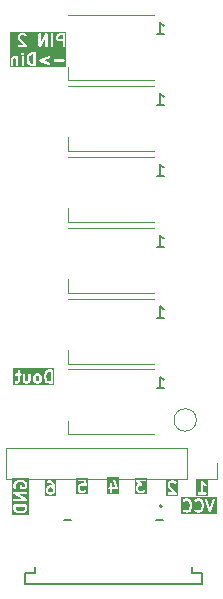
<source format=gbr>
%TF.GenerationSoftware,KiCad,Pcbnew,8.0.2*%
%TF.CreationDate,2025-03-09T15:07:14+01:00*%
%TF.ProjectId,ledPcb,6c656450-6362-42e6-9b69-6361645f7063,rev?*%
%TF.SameCoordinates,Original*%
%TF.FileFunction,Legend,Bot*%
%TF.FilePolarity,Positive*%
%FSLAX46Y46*%
G04 Gerber Fmt 4.6, Leading zero omitted, Abs format (unit mm)*
G04 Created by KiCad (PCBNEW 8.0.2) date 2025-03-09 15:07:14*
%MOMM*%
%LPD*%
G01*
G04 APERTURE LIST*
%ADD10C,0.200000*%
%ADD11C,0.150000*%
%ADD12C,0.120000*%
%ADD13C,0.127000*%
G04 APERTURE END LIST*
D10*
G36*
X139429509Y-108155330D02*
G01*
X136438565Y-108155330D01*
X136438565Y-107019948D01*
X136549676Y-107019948D01*
X136549676Y-107058966D01*
X136564608Y-107095014D01*
X136592198Y-107122604D01*
X136628246Y-107137536D01*
X136667264Y-107137536D01*
X136703312Y-107122604D01*
X136718466Y-107110168D01*
X136747795Y-107079511D01*
X136850407Y-107044015D01*
X136913893Y-107042952D01*
X137020633Y-107077198D01*
X137087774Y-107142685D01*
X137123394Y-107211289D01*
X137166873Y-107378856D01*
X137168279Y-107497664D01*
X137128039Y-107664936D01*
X137092117Y-107739606D01*
X137024808Y-107808614D01*
X136921292Y-107844422D01*
X136857805Y-107845485D01*
X136750625Y-107811098D01*
X136703313Y-107765833D01*
X136667265Y-107750902D01*
X136628247Y-107750901D01*
X136592198Y-107765832D01*
X136564608Y-107793422D01*
X136549677Y-107829470D01*
X136549676Y-107868488D01*
X136564607Y-107904537D01*
X136577044Y-107919690D01*
X136615807Y-107956776D01*
X136616375Y-107957912D01*
X136622996Y-107963654D01*
X136639816Y-107979747D01*
X136643135Y-107981122D01*
X136645851Y-107983477D01*
X136663751Y-107991468D01*
X136806835Y-108037374D01*
X136818722Y-108042298D01*
X136823714Y-108042789D01*
X136825723Y-108043434D01*
X136828357Y-108043246D01*
X136838231Y-108044219D01*
X136934373Y-108042609D01*
X136945976Y-108043434D01*
X136950812Y-108042334D01*
X136952978Y-108042298D01*
X136955420Y-108041286D01*
X136965092Y-108039087D01*
X137093469Y-107994678D01*
X137095836Y-107994678D01*
X137107828Y-107989710D01*
X137125849Y-107983477D01*
X137128564Y-107981122D01*
X137131884Y-107979747D01*
X137147037Y-107967310D01*
X137241054Y-107870920D01*
X137250564Y-107862673D01*
X137253230Y-107858437D01*
X137254712Y-107856918D01*
X137255723Y-107854476D01*
X137261007Y-107846082D01*
X137304435Y-107755810D01*
X137309602Y-107748837D01*
X137314830Y-107734202D01*
X137315632Y-107732536D01*
X137315683Y-107731815D01*
X137316197Y-107730377D01*
X137360776Y-107545064D01*
X137364881Y-107535156D01*
X137366073Y-107523046D01*
X137366684Y-107520508D01*
X137366466Y-107519049D01*
X137366802Y-107515647D01*
X137365174Y-107378073D01*
X137366684Y-107367929D01*
X137364912Y-107355950D01*
X137364881Y-107353281D01*
X137364316Y-107351917D01*
X137363816Y-107348536D01*
X137316311Y-107165456D01*
X137315632Y-107155901D01*
X137310039Y-107141285D01*
X137309602Y-107139600D01*
X137309172Y-107139020D01*
X137308626Y-107137592D01*
X137259283Y-107042558D01*
X137254711Y-107031519D01*
X137251555Y-107027674D01*
X137250564Y-107025764D01*
X137248566Y-107024031D01*
X137245215Y-107019948D01*
X137549676Y-107019948D01*
X137549676Y-107058966D01*
X137564608Y-107095014D01*
X137592198Y-107122604D01*
X137628246Y-107137536D01*
X137667264Y-107137536D01*
X137703312Y-107122604D01*
X137718466Y-107110168D01*
X137747795Y-107079511D01*
X137850407Y-107044015D01*
X137913893Y-107042952D01*
X138020633Y-107077198D01*
X138087774Y-107142685D01*
X138123394Y-107211289D01*
X138166873Y-107378856D01*
X138168279Y-107497664D01*
X138128039Y-107664936D01*
X138092117Y-107739606D01*
X138024808Y-107808614D01*
X137921292Y-107844422D01*
X137857805Y-107845485D01*
X137750625Y-107811098D01*
X137703313Y-107765833D01*
X137667265Y-107750902D01*
X137628247Y-107750901D01*
X137592198Y-107765832D01*
X137564608Y-107793422D01*
X137549677Y-107829470D01*
X137549676Y-107868488D01*
X137564607Y-107904537D01*
X137577044Y-107919690D01*
X137615807Y-107956776D01*
X137616375Y-107957912D01*
X137622996Y-107963654D01*
X137639816Y-107979747D01*
X137643135Y-107981122D01*
X137645851Y-107983477D01*
X137663751Y-107991468D01*
X137806835Y-108037374D01*
X137818722Y-108042298D01*
X137823714Y-108042789D01*
X137825723Y-108043434D01*
X137828357Y-108043246D01*
X137838231Y-108044219D01*
X137934373Y-108042609D01*
X137945976Y-108043434D01*
X137950812Y-108042334D01*
X137952978Y-108042298D01*
X137955420Y-108041286D01*
X137965092Y-108039087D01*
X138093469Y-107994678D01*
X138095836Y-107994678D01*
X138107828Y-107989710D01*
X138125849Y-107983477D01*
X138128564Y-107981122D01*
X138131884Y-107979747D01*
X138147037Y-107967310D01*
X138241054Y-107870920D01*
X138250564Y-107862673D01*
X138253230Y-107858437D01*
X138254712Y-107856918D01*
X138255723Y-107854476D01*
X138261007Y-107846082D01*
X138304435Y-107755810D01*
X138309602Y-107748837D01*
X138314830Y-107734202D01*
X138315632Y-107732536D01*
X138315683Y-107731815D01*
X138316197Y-107730377D01*
X138360776Y-107545064D01*
X138364881Y-107535156D01*
X138366073Y-107523046D01*
X138366684Y-107520508D01*
X138366466Y-107519049D01*
X138366802Y-107515647D01*
X138365174Y-107378073D01*
X138366684Y-107367929D01*
X138364912Y-107355950D01*
X138364881Y-107353281D01*
X138364316Y-107351917D01*
X138363816Y-107348536D01*
X138316311Y-107165456D01*
X138315632Y-107155901D01*
X138310039Y-107141285D01*
X138309602Y-107139600D01*
X138309172Y-107139020D01*
X138308626Y-107137592D01*
X138259283Y-107042558D01*
X138254711Y-107031519D01*
X138251555Y-107027674D01*
X138250564Y-107025764D01*
X138248566Y-107024031D01*
X138242275Y-107016365D01*
X138181131Y-106956726D01*
X138453302Y-106956726D01*
X138457649Y-106975842D01*
X138788910Y-107963734D01*
X138789401Y-107970632D01*
X138794934Y-107981699D01*
X138798973Y-107993742D01*
X138803656Y-107999141D01*
X138806851Y-108005531D01*
X138816322Y-108013746D01*
X138824538Y-108023218D01*
X138830926Y-108026412D01*
X138836327Y-108031096D01*
X138848228Y-108035063D01*
X138859437Y-108040667D01*
X138866561Y-108041173D01*
X138873343Y-108043434D01*
X138885852Y-108042544D01*
X138898357Y-108043434D01*
X138905135Y-108041174D01*
X138912263Y-108040668D01*
X138923479Y-108035059D01*
X138935373Y-108031095D01*
X138940770Y-108026414D01*
X138947162Y-108023218D01*
X138955380Y-108013742D01*
X138964849Y-108005530D01*
X138968042Y-107999143D01*
X138972727Y-107993742D01*
X138980718Y-107975842D01*
X139318398Y-106956727D01*
X139315632Y-106917807D01*
X139298182Y-106882908D01*
X139268706Y-106857343D01*
X139231690Y-106845004D01*
X139192770Y-106847771D01*
X139157871Y-106865220D01*
X139132306Y-106894696D01*
X139124315Y-106912597D01*
X138886283Y-107630973D01*
X138639394Y-106894696D01*
X138613829Y-106865220D01*
X138578930Y-106847770D01*
X138540010Y-106845004D01*
X138502994Y-106857342D01*
X138473518Y-106882907D01*
X138456068Y-106917806D01*
X138453302Y-106956726D01*
X138181131Y-106956726D01*
X138156330Y-106932536D01*
X138155325Y-106930526D01*
X138145795Y-106922260D01*
X138131883Y-106908691D01*
X138128564Y-106907316D01*
X138125849Y-106904961D01*
X138107948Y-106896970D01*
X137964868Y-106851065D01*
X137952978Y-106846140D01*
X137947984Y-106845648D01*
X137945976Y-106845004D01*
X137943342Y-106845191D01*
X137933469Y-106844219D01*
X137837325Y-106845828D01*
X137825723Y-106845004D01*
X137820887Y-106846103D01*
X137818722Y-106846140D01*
X137816280Y-106847151D01*
X137806608Y-106849351D01*
X137678231Y-106893760D01*
X137675865Y-106893760D01*
X137663875Y-106898725D01*
X137645851Y-106904961D01*
X137643135Y-106907316D01*
X137639816Y-106908691D01*
X137624663Y-106921128D01*
X137564608Y-106983900D01*
X137549676Y-107019948D01*
X137245215Y-107019948D01*
X137242275Y-107016365D01*
X137156330Y-106932536D01*
X137155325Y-106930526D01*
X137145795Y-106922260D01*
X137131883Y-106908691D01*
X137128564Y-106907316D01*
X137125849Y-106904961D01*
X137107948Y-106896970D01*
X136964868Y-106851065D01*
X136952978Y-106846140D01*
X136947984Y-106845648D01*
X136945976Y-106845004D01*
X136943342Y-106845191D01*
X136933469Y-106844219D01*
X136837325Y-106845828D01*
X136825723Y-106845004D01*
X136820887Y-106846103D01*
X136818722Y-106846140D01*
X136816280Y-106847151D01*
X136806608Y-106849351D01*
X136678231Y-106893760D01*
X136675865Y-106893760D01*
X136663875Y-106898725D01*
X136645851Y-106904961D01*
X136643135Y-106907316D01*
X136639816Y-106908691D01*
X136624663Y-106921128D01*
X136564608Y-106983900D01*
X136549676Y-107019948D01*
X136438565Y-107019948D01*
X136438565Y-106733108D01*
X139429509Y-106733108D01*
X139429509Y-108155330D01*
G37*
G36*
X125505303Y-105928405D02*
G01*
X125531080Y-105953067D01*
X125562737Y-106014038D01*
X125563646Y-106203429D01*
X125534710Y-106263576D01*
X125510048Y-106289354D01*
X125450228Y-106320413D01*
X125306899Y-106321724D01*
X125247156Y-106292983D01*
X125221382Y-106268324D01*
X125190359Y-106208572D01*
X125188935Y-106017710D01*
X125217751Y-105957812D01*
X125242413Y-105932035D01*
X125302232Y-105900976D01*
X125445562Y-105899665D01*
X125505303Y-105928405D01*
G37*
G36*
X125873056Y-106631330D02*
G01*
X124879406Y-106631330D01*
X124879406Y-105991647D01*
X124990517Y-105991647D01*
X124992179Y-106214602D01*
X124991302Y-106217235D01*
X124992304Y-106231340D01*
X124992438Y-106249251D01*
X124993813Y-106252571D01*
X124994068Y-106256155D01*
X125001074Y-106274463D01*
X125050411Y-106369487D01*
X125054988Y-106380537D01*
X125058146Y-106384385D01*
X125059136Y-106386291D01*
X125061130Y-106388020D01*
X125067425Y-106395690D01*
X125117525Y-106443623D01*
X125124443Y-106451600D01*
X125128592Y-106454211D01*
X125130197Y-106455747D01*
X125132637Y-106456757D01*
X125141034Y-106462043D01*
X125224051Y-106501981D01*
X125225436Y-106503366D01*
X125236185Y-106507818D01*
X125254580Y-106516668D01*
X125258163Y-106516922D01*
X125261484Y-106518298D01*
X125280993Y-106520219D01*
X125456500Y-106518613D01*
X125458962Y-106519434D01*
X125472577Y-106518466D01*
X125490978Y-106518298D01*
X125494298Y-106516922D01*
X125497882Y-106516668D01*
X125516190Y-106509662D01*
X125611218Y-106460322D01*
X125622265Y-106455747D01*
X125626111Y-106452589D01*
X125628018Y-106451600D01*
X125629748Y-106449605D01*
X125637418Y-106443310D01*
X125685351Y-106393207D01*
X125693326Y-106386292D01*
X125695937Y-106382142D01*
X125697474Y-106380537D01*
X125698485Y-106378095D01*
X125703769Y-106369701D01*
X125743707Y-106286683D01*
X125745092Y-106285299D01*
X125749544Y-106274549D01*
X125758394Y-106256155D01*
X125758648Y-106252571D01*
X125760024Y-106249251D01*
X125761945Y-106229742D01*
X125760867Y-106005032D01*
X125761160Y-106004154D01*
X125760841Y-105999670D01*
X125760148Y-105855209D01*
X125761827Y-105843929D01*
X125760036Y-105831819D01*
X125760024Y-105829281D01*
X125759459Y-105827917D01*
X125758959Y-105824536D01*
X125709418Y-105633611D01*
X125706754Y-105620142D01*
X125705136Y-105617107D01*
X125704745Y-105615600D01*
X125703273Y-105613613D01*
X125697531Y-105602844D01*
X125605474Y-105467720D01*
X125602235Y-105459899D01*
X125589942Y-105444922D01*
X125589873Y-105444820D01*
X125589841Y-105444798D01*
X125589798Y-105444746D01*
X125539697Y-105396814D01*
X125532780Y-105388838D01*
X125528630Y-105386225D01*
X125527026Y-105384691D01*
X125524586Y-105383680D01*
X125516190Y-105378395D01*
X125433172Y-105338456D01*
X125431788Y-105337072D01*
X125421038Y-105332619D01*
X125402644Y-105323770D01*
X125399060Y-105323515D01*
X125395740Y-105322140D01*
X125376231Y-105320219D01*
X125166246Y-105322140D01*
X125130198Y-105337072D01*
X125102608Y-105364662D01*
X125087676Y-105400710D01*
X125087676Y-105439728D01*
X125102608Y-105475776D01*
X125130198Y-105503366D01*
X125166246Y-105518298D01*
X125185755Y-105520219D01*
X125350324Y-105518713D01*
X125410065Y-105547453D01*
X125438282Y-105574449D01*
X125520615Y-105695300D01*
X125526450Y-105717785D01*
X125516276Y-105713571D01*
X125497882Y-105704722D01*
X125494298Y-105704467D01*
X125490978Y-105703092D01*
X125471469Y-105701171D01*
X125295961Y-105702776D01*
X125293500Y-105701956D01*
X125279884Y-105702923D01*
X125261484Y-105703092D01*
X125258163Y-105704467D01*
X125254580Y-105704722D01*
X125236271Y-105711728D01*
X125141237Y-105761070D01*
X125130197Y-105765643D01*
X125126351Y-105768798D01*
X125124443Y-105769790D01*
X125122710Y-105771787D01*
X125115044Y-105778080D01*
X125067112Y-105828180D01*
X125059136Y-105835098D01*
X125056523Y-105839247D01*
X125054989Y-105840852D01*
X125053978Y-105843291D01*
X125048693Y-105851688D01*
X125008754Y-105934705D01*
X125007370Y-105936090D01*
X125002917Y-105946839D01*
X124994068Y-105965234D01*
X124993813Y-105968817D01*
X124992438Y-105972138D01*
X124990517Y-105991647D01*
X124879406Y-105991647D01*
X124879406Y-105209108D01*
X125873056Y-105209108D01*
X125873056Y-106631330D01*
G37*
G36*
X131206271Y-106502409D02*
G01*
X130167708Y-106502409D01*
X130167708Y-105940376D01*
X130278819Y-105940376D01*
X130278819Y-105979394D01*
X130293751Y-106015442D01*
X130321341Y-106043032D01*
X130357389Y-106057964D01*
X130376898Y-106059885D01*
X130420967Y-106059752D01*
X130421676Y-106312728D01*
X130436608Y-106348776D01*
X130464198Y-106376366D01*
X130500246Y-106391298D01*
X130539264Y-106391298D01*
X130575312Y-106376366D01*
X130602902Y-106348776D01*
X130617834Y-106312728D01*
X130619755Y-106293219D01*
X130619099Y-106059156D01*
X130993406Y-106058030D01*
X131008452Y-106059100D01*
X131011827Y-106057974D01*
X131015454Y-106057964D01*
X131030266Y-106051828D01*
X131045468Y-106046761D01*
X131048181Y-106044407D01*
X131051502Y-106043032D01*
X131062840Y-106031693D01*
X131074944Y-106021196D01*
X131076550Y-106017983D01*
X131079092Y-106015442D01*
X131085228Y-106000627D01*
X131092394Y-105986297D01*
X131092648Y-105982714D01*
X131094024Y-105979394D01*
X131094024Y-105963361D01*
X131095160Y-105947377D01*
X131094024Y-105942381D01*
X131094024Y-105940376D01*
X131093012Y-105937934D01*
X131090813Y-105928262D01*
X130844727Y-105196077D01*
X130819162Y-105166601D01*
X130784263Y-105149151D01*
X130745343Y-105146385D01*
X130708327Y-105158723D01*
X130678851Y-105184288D01*
X130661401Y-105219187D01*
X130658635Y-105258107D01*
X130662982Y-105277223D01*
X130858952Y-105860297D01*
X130618545Y-105861020D01*
X130617834Y-105607043D01*
X130602902Y-105570995D01*
X130575312Y-105543405D01*
X130539264Y-105528473D01*
X130500246Y-105528473D01*
X130464198Y-105543405D01*
X130436608Y-105570995D01*
X130421676Y-105607043D01*
X130419755Y-105626552D01*
X130420413Y-105861616D01*
X130357389Y-105861806D01*
X130321341Y-105876738D01*
X130293751Y-105904328D01*
X130278819Y-105940376D01*
X130167708Y-105940376D01*
X130167708Y-105035274D01*
X131206271Y-105035274D01*
X131206271Y-106502409D01*
G37*
G36*
X136205754Y-106631330D02*
G01*
X135166406Y-106631330D01*
X135166406Y-105610695D01*
X135277517Y-105610695D01*
X135279126Y-105706837D01*
X135278302Y-105718440D01*
X135279401Y-105723276D01*
X135279438Y-105725442D01*
X135280449Y-105727884D01*
X135282649Y-105737556D01*
X135327057Y-105865930D01*
X135327057Y-105868299D01*
X135332026Y-105880295D01*
X135338259Y-105898313D01*
X135340614Y-105901028D01*
X135341989Y-105904347D01*
X135354425Y-105919501D01*
X135757729Y-106320937D01*
X135358008Y-106322140D01*
X135321960Y-106337072D01*
X135294370Y-106364662D01*
X135279438Y-106400710D01*
X135279438Y-106439728D01*
X135294370Y-106475776D01*
X135321960Y-106503366D01*
X135358008Y-106518298D01*
X135377517Y-106520219D01*
X136016073Y-106518298D01*
X136052121Y-106503366D01*
X136079711Y-106475776D01*
X136094643Y-106439728D01*
X136094643Y-106400710D01*
X136079711Y-106364662D01*
X136067275Y-106349508D01*
X135513464Y-105798262D01*
X135477313Y-105693756D01*
X135476344Y-105635908D01*
X135504751Y-105576860D01*
X135529413Y-105551083D01*
X135589161Y-105520061D01*
X135780024Y-105518637D01*
X135839922Y-105547453D01*
X135893387Y-105598604D01*
X135929436Y-105613535D01*
X135968454Y-105613535D01*
X136004502Y-105598604D01*
X136032092Y-105571014D01*
X136047023Y-105534966D01*
X136047023Y-105495948D01*
X136032092Y-105459899D01*
X136019655Y-105444746D01*
X135969554Y-105396814D01*
X135962637Y-105388838D01*
X135958487Y-105386225D01*
X135956883Y-105384691D01*
X135954443Y-105383680D01*
X135946047Y-105378395D01*
X135863029Y-105338456D01*
X135861645Y-105337072D01*
X135850895Y-105332619D01*
X135832501Y-105323770D01*
X135828917Y-105323515D01*
X135825597Y-105322140D01*
X135806088Y-105320219D01*
X135583132Y-105321881D01*
X135580500Y-105321004D01*
X135566394Y-105322006D01*
X135548484Y-105322140D01*
X135545163Y-105323515D01*
X135541580Y-105323770D01*
X135523271Y-105330776D01*
X135428237Y-105380118D01*
X135417197Y-105384691D01*
X135413351Y-105387846D01*
X135411443Y-105388838D01*
X135409710Y-105390835D01*
X135402044Y-105397128D01*
X135354112Y-105447228D01*
X135346136Y-105454146D01*
X135343523Y-105458295D01*
X135341989Y-105459900D01*
X135340978Y-105462339D01*
X135335693Y-105470736D01*
X135295754Y-105553753D01*
X135294370Y-105555138D01*
X135289917Y-105565887D01*
X135281068Y-105584282D01*
X135280813Y-105587865D01*
X135279438Y-105591186D01*
X135277517Y-105610695D01*
X135166406Y-105610695D01*
X135166406Y-105209108D01*
X136205754Y-105209108D01*
X136205754Y-106631330D01*
G37*
G36*
X128539589Y-106504330D02*
G01*
X127546406Y-106504330D01*
X127546406Y-105864647D01*
X127657517Y-105864647D01*
X127659179Y-106087602D01*
X127658302Y-106090235D01*
X127659304Y-106104340D01*
X127659438Y-106122251D01*
X127660813Y-106125571D01*
X127661068Y-106129155D01*
X127668074Y-106147463D01*
X127717411Y-106242487D01*
X127721988Y-106253537D01*
X127725146Y-106257385D01*
X127726136Y-106259291D01*
X127728130Y-106261020D01*
X127734425Y-106268690D01*
X127784525Y-106316623D01*
X127791443Y-106324600D01*
X127795592Y-106327211D01*
X127797197Y-106328747D01*
X127799637Y-106329757D01*
X127808034Y-106335043D01*
X127891051Y-106374981D01*
X127892436Y-106376366D01*
X127903185Y-106380818D01*
X127921580Y-106389668D01*
X127925163Y-106389922D01*
X127928484Y-106391298D01*
X127947993Y-106393219D01*
X128170948Y-106391556D01*
X128173581Y-106392434D01*
X128187686Y-106391431D01*
X128205597Y-106391298D01*
X128208917Y-106389922D01*
X128212501Y-106389668D01*
X128230809Y-106382662D01*
X128325837Y-106333322D01*
X128336884Y-106328747D01*
X128340730Y-106325589D01*
X128342637Y-106324600D01*
X128344367Y-106322605D01*
X128352037Y-106316310D01*
X128412093Y-106253537D01*
X128427024Y-106217488D01*
X128427023Y-106178470D01*
X128412092Y-106142422D01*
X128384501Y-106114832D01*
X128348453Y-106099901D01*
X128309435Y-106099902D01*
X128273387Y-106114833D01*
X128258233Y-106127270D01*
X128224667Y-106162354D01*
X128164918Y-106193376D01*
X127974056Y-106194800D01*
X127914156Y-106165983D01*
X127888382Y-106141324D01*
X127857359Y-106081572D01*
X127855935Y-105890710D01*
X127884751Y-105830812D01*
X127909413Y-105805035D01*
X127969161Y-105774013D01*
X128160024Y-105772589D01*
X128219922Y-105801405D01*
X128250505Y-105830665D01*
X128251739Y-105832964D01*
X128259815Y-105839571D01*
X128273387Y-105852556D01*
X128278041Y-105854483D01*
X128281937Y-105857671D01*
X128295930Y-105861893D01*
X128309436Y-105867487D01*
X128314470Y-105867487D01*
X128319292Y-105868942D01*
X128333843Y-105867487D01*
X128348454Y-105867487D01*
X128353103Y-105865561D01*
X128358116Y-105865060D01*
X128370999Y-105858148D01*
X128384502Y-105852556D01*
X128388062Y-105848995D01*
X128392500Y-105846615D01*
X128401755Y-105835302D01*
X128412092Y-105824966D01*
X128414019Y-105820313D01*
X128417207Y-105816417D01*
X128421429Y-105802422D01*
X128427023Y-105788918D01*
X128427023Y-105783884D01*
X128428478Y-105779062D01*
X128428449Y-105759459D01*
X128379405Y-105287417D01*
X128379405Y-105273710D01*
X128377504Y-105269120D01*
X128376977Y-105264048D01*
X128370067Y-105251167D01*
X128364473Y-105237662D01*
X128360912Y-105234101D01*
X128358532Y-105229664D01*
X128347219Y-105220408D01*
X128336883Y-105210072D01*
X128332230Y-105208144D01*
X128328334Y-105204957D01*
X128314344Y-105200736D01*
X128300835Y-105195140D01*
X128293357Y-105194403D01*
X128290979Y-105193686D01*
X128288542Y-105193929D01*
X128281326Y-105193219D01*
X127785627Y-105195140D01*
X127749579Y-105210072D01*
X127721989Y-105237662D01*
X127707057Y-105273710D01*
X127707057Y-105312728D01*
X127721989Y-105348776D01*
X127749579Y-105376366D01*
X127785627Y-105391298D01*
X127805136Y-105393219D01*
X128191022Y-105391723D01*
X128210331Y-105577567D01*
X128208917Y-105577467D01*
X128205597Y-105576092D01*
X128186088Y-105574171D01*
X127963132Y-105575833D01*
X127960500Y-105574956D01*
X127946394Y-105575958D01*
X127928484Y-105576092D01*
X127925163Y-105577467D01*
X127921580Y-105577722D01*
X127903271Y-105584728D01*
X127808237Y-105634070D01*
X127797197Y-105638643D01*
X127793351Y-105641798D01*
X127791443Y-105642790D01*
X127789710Y-105644787D01*
X127782044Y-105651080D01*
X127734112Y-105701180D01*
X127726136Y-105708098D01*
X127723523Y-105712247D01*
X127721989Y-105713852D01*
X127720978Y-105716291D01*
X127715693Y-105724688D01*
X127675754Y-105807705D01*
X127674370Y-105809090D01*
X127669917Y-105819839D01*
X127661068Y-105838234D01*
X127660813Y-105841817D01*
X127659438Y-105845138D01*
X127657517Y-105864647D01*
X127546406Y-105864647D01*
X127546406Y-105082108D01*
X128539589Y-105082108D01*
X128539589Y-106504330D01*
G37*
G36*
X133538754Y-106504330D02*
G01*
X132499406Y-106504330D01*
X132499406Y-105864647D01*
X132610517Y-105864647D01*
X132612179Y-106087602D01*
X132611302Y-106090235D01*
X132612304Y-106104340D01*
X132612438Y-106122251D01*
X132613813Y-106125571D01*
X132614068Y-106129155D01*
X132621074Y-106147463D01*
X132670411Y-106242487D01*
X132674988Y-106253537D01*
X132678146Y-106257385D01*
X132679136Y-106259291D01*
X132681130Y-106261020D01*
X132687425Y-106268690D01*
X132737525Y-106316623D01*
X132744443Y-106324600D01*
X132748592Y-106327211D01*
X132750197Y-106328747D01*
X132752637Y-106329757D01*
X132761034Y-106335043D01*
X132844051Y-106374981D01*
X132845436Y-106376366D01*
X132856185Y-106380818D01*
X132874580Y-106389668D01*
X132878163Y-106389922D01*
X132881484Y-106391298D01*
X132900993Y-106393219D01*
X133171448Y-106391516D01*
X133174200Y-106392434D01*
X133188626Y-106391408D01*
X133206216Y-106391298D01*
X133209536Y-106389922D01*
X133213120Y-106389668D01*
X133231428Y-106382662D01*
X133326456Y-106333322D01*
X133337503Y-106328747D01*
X133341349Y-106325589D01*
X133343256Y-106324600D01*
X133344986Y-106322605D01*
X133352656Y-106316310D01*
X133412712Y-106253537D01*
X133427643Y-106217488D01*
X133427642Y-106178470D01*
X133412711Y-106142422D01*
X133385120Y-106114832D01*
X133349072Y-106099901D01*
X133310054Y-106099902D01*
X133274006Y-106114833D01*
X133258852Y-106127270D01*
X133225286Y-106162354D01*
X133165585Y-106193351D01*
X132927165Y-106194852D01*
X132867156Y-106165983D01*
X132841382Y-106141324D01*
X132810359Y-106081572D01*
X132808935Y-105890710D01*
X132837751Y-105830812D01*
X132862413Y-105805035D01*
X132922344Y-105773918D01*
X133044021Y-105772478D01*
X133056792Y-105773330D01*
X133059863Y-105772291D01*
X133063359Y-105772250D01*
X133078362Y-105766035D01*
X133093754Y-105760830D01*
X133096293Y-105758607D01*
X133099407Y-105757318D01*
X133110884Y-105745840D01*
X133123118Y-105735136D01*
X133124613Y-105732111D01*
X133126997Y-105729728D01*
X133133211Y-105714726D01*
X133140414Y-105700161D01*
X133140638Y-105696795D01*
X133141929Y-105693680D01*
X133141929Y-105677431D01*
X133143009Y-105661229D01*
X133141929Y-105658035D01*
X133141929Y-105654662D01*
X133135713Y-105639656D01*
X133130509Y-105624268D01*
X133127727Y-105620377D01*
X133126997Y-105618614D01*
X133125137Y-105616754D01*
X133119108Y-105608321D01*
X132928922Y-105392561D01*
X133349073Y-105391298D01*
X133385121Y-105376366D01*
X133412711Y-105348776D01*
X133427643Y-105312728D01*
X133427643Y-105273710D01*
X133412711Y-105237662D01*
X133385121Y-105210072D01*
X133349073Y-105195140D01*
X133329564Y-105193219D01*
X132712794Y-105195074D01*
X132697575Y-105194060D01*
X132694411Y-105195129D01*
X132691008Y-105195140D01*
X132676002Y-105201355D01*
X132660614Y-105206560D01*
X132658074Y-105208781D01*
X132654960Y-105210072D01*
X132643475Y-105221556D01*
X132631250Y-105232254D01*
X132629754Y-105235277D01*
X132627370Y-105237662D01*
X132621153Y-105252668D01*
X132613953Y-105267229D01*
X132613728Y-105270594D01*
X132612438Y-105273710D01*
X132612438Y-105289958D01*
X132611358Y-105306161D01*
X132612438Y-105309354D01*
X132612438Y-105312728D01*
X132618653Y-105327733D01*
X132623858Y-105343122D01*
X132626639Y-105347012D01*
X132627370Y-105348776D01*
X132629229Y-105350635D01*
X132635259Y-105359069D01*
X132841109Y-105592599D01*
X132761237Y-105634070D01*
X132750197Y-105638643D01*
X132746351Y-105641798D01*
X132744443Y-105642790D01*
X132742710Y-105644787D01*
X132735044Y-105651080D01*
X132687112Y-105701180D01*
X132679136Y-105708098D01*
X132676523Y-105712247D01*
X132674989Y-105713852D01*
X132673978Y-105716291D01*
X132668693Y-105724688D01*
X132628754Y-105807705D01*
X132627370Y-105809090D01*
X132622917Y-105819839D01*
X132614068Y-105838234D01*
X132613813Y-105841817D01*
X132612438Y-105845138D01*
X132610517Y-105864647D01*
X132499406Y-105864647D01*
X132499406Y-105082108D01*
X133538754Y-105082108D01*
X133538754Y-106504330D01*
G37*
G36*
X124378303Y-96482786D02*
G01*
X124404080Y-96507448D01*
X124435077Y-96567148D01*
X124436578Y-96805569D01*
X124407710Y-96865576D01*
X124383048Y-96891354D01*
X124323116Y-96922471D01*
X124227270Y-96923605D01*
X124167775Y-96894983D01*
X124142001Y-96870324D01*
X124111003Y-96810620D01*
X124109502Y-96572200D01*
X124138370Y-96512193D01*
X124163032Y-96486416D01*
X124222963Y-96455299D01*
X124318810Y-96454165D01*
X124378303Y-96482786D01*
G37*
G36*
X125389023Y-96922952D02*
G01*
X125269910Y-96923840D01*
X125162065Y-96889240D01*
X125094926Y-96823752D01*
X125059305Y-96755145D01*
X125015826Y-96587580D01*
X125014420Y-96468773D01*
X125054660Y-96301500D01*
X125090582Y-96226830D01*
X125157889Y-96157824D01*
X125261073Y-96122130D01*
X125387512Y-96121187D01*
X125389023Y-96922952D01*
G37*
G36*
X125698437Y-97233330D02*
G01*
X122230517Y-97233330D01*
X122230517Y-96336043D01*
X122341628Y-96336043D01*
X122341628Y-96375061D01*
X122356560Y-96411109D01*
X122384150Y-96438699D01*
X122420198Y-96453631D01*
X122439707Y-96455552D01*
X122578750Y-96454885D01*
X122579622Y-96852801D01*
X122556930Y-96899970D01*
X122513384Y-96922579D01*
X122420198Y-96924140D01*
X122384150Y-96939072D01*
X122356560Y-96966662D01*
X122341628Y-97002710D01*
X122341628Y-97041728D01*
X122356560Y-97077776D01*
X122384150Y-97105366D01*
X122420198Y-97120298D01*
X122439707Y-97122219D01*
X122520724Y-97120862D01*
X122522438Y-97121434D01*
X122533482Y-97120649D01*
X122554454Y-97120298D01*
X122557774Y-97118922D01*
X122561358Y-97118668D01*
X122579666Y-97111662D01*
X122670260Y-97064624D01*
X122679706Y-97061476D01*
X122684749Y-97057101D01*
X122691494Y-97053600D01*
X122699709Y-97044126D01*
X122709183Y-97035911D01*
X122715396Y-97026039D01*
X122717059Y-97024123D01*
X122717571Y-97022584D01*
X122719626Y-97019321D01*
X122759564Y-96936302D01*
X122760949Y-96934918D01*
X122765401Y-96924169D01*
X122774251Y-96905774D01*
X122774505Y-96902190D01*
X122775881Y-96898870D01*
X122777802Y-96879361D01*
X122776869Y-96453934D01*
X122840168Y-96453631D01*
X122876216Y-96438699D01*
X122903806Y-96411109D01*
X122918738Y-96375061D01*
X122918738Y-96355552D01*
X123053993Y-96355552D01*
X123055914Y-97041728D01*
X123070846Y-97077776D01*
X123098436Y-97105366D01*
X123134484Y-97120298D01*
X123173502Y-97120298D01*
X123209550Y-97105366D01*
X123220345Y-97094570D01*
X123239908Y-97103981D01*
X123241293Y-97105366D01*
X123252042Y-97109818D01*
X123270437Y-97118668D01*
X123274020Y-97118922D01*
X123277341Y-97120298D01*
X123296850Y-97122219D01*
X123425006Y-97120702D01*
X123427200Y-97121434D01*
X123439982Y-97120525D01*
X123459216Y-97120298D01*
X123462536Y-97118922D01*
X123466120Y-97118668D01*
X123484428Y-97111662D01*
X123575022Y-97064624D01*
X123584468Y-97061476D01*
X123589511Y-97057101D01*
X123596256Y-97053600D01*
X123604471Y-97044126D01*
X123613945Y-97035911D01*
X123620158Y-97026039D01*
X123621821Y-97024123D01*
X123622333Y-97022584D01*
X123624388Y-97019321D01*
X123664326Y-96936302D01*
X123665711Y-96934918D01*
X123670163Y-96924169D01*
X123679013Y-96905774D01*
X123679267Y-96902190D01*
X123680643Y-96898870D01*
X123682564Y-96879361D01*
X123681385Y-96546028D01*
X123911136Y-96546028D01*
X123912838Y-96816483D01*
X123911921Y-96819235D01*
X123912946Y-96833661D01*
X123913057Y-96851251D01*
X123914432Y-96854571D01*
X123914687Y-96858155D01*
X123921693Y-96876463D01*
X123971030Y-96971487D01*
X123975607Y-96982537D01*
X123978765Y-96986385D01*
X123979755Y-96988291D01*
X123981749Y-96990020D01*
X123988044Y-96997690D01*
X124038144Y-97045623D01*
X124045062Y-97053600D01*
X124049211Y-97056211D01*
X124050816Y-97057747D01*
X124053256Y-97058757D01*
X124061653Y-97064043D01*
X124144670Y-97103981D01*
X124146055Y-97105366D01*
X124156804Y-97109818D01*
X124175199Y-97118668D01*
X124178782Y-97118922D01*
X124182103Y-97120298D01*
X124201612Y-97122219D01*
X124329768Y-97120702D01*
X124331962Y-97121434D01*
X124344744Y-97120525D01*
X124363978Y-97120298D01*
X124367298Y-97118922D01*
X124370882Y-97118668D01*
X124389190Y-97111662D01*
X124484218Y-97062322D01*
X124495265Y-97057747D01*
X124499111Y-97054589D01*
X124501018Y-97053600D01*
X124502748Y-97051605D01*
X124510418Y-97045310D01*
X124558351Y-96995207D01*
X124566326Y-96988292D01*
X124568937Y-96984142D01*
X124570474Y-96982537D01*
X124571485Y-96980095D01*
X124576769Y-96971701D01*
X124616707Y-96888683D01*
X124618092Y-96887299D01*
X124622544Y-96876549D01*
X124631394Y-96858155D01*
X124631648Y-96854571D01*
X124633024Y-96851251D01*
X124634945Y-96831742D01*
X124633242Y-96561286D01*
X124634160Y-96558535D01*
X124633134Y-96544108D01*
X124633024Y-96526519D01*
X124631648Y-96523198D01*
X124631394Y-96519615D01*
X124624388Y-96501306D01*
X124598159Y-96450790D01*
X124815898Y-96450790D01*
X124817525Y-96588363D01*
X124816016Y-96598508D01*
X124817787Y-96610486D01*
X124817819Y-96613156D01*
X124818383Y-96614519D01*
X124818884Y-96617901D01*
X124866388Y-96800980D01*
X124867068Y-96810536D01*
X124872659Y-96825148D01*
X124873098Y-96826837D01*
X124873528Y-96827417D01*
X124874074Y-96828844D01*
X124923410Y-96923866D01*
X124927988Y-96934918D01*
X124931146Y-96938766D01*
X124932136Y-96940672D01*
X124934130Y-96942401D01*
X124940425Y-96950071D01*
X125026370Y-97033902D01*
X125027375Y-97035912D01*
X125036899Y-97044172D01*
X125050816Y-97057747D01*
X125054135Y-97059122D01*
X125056851Y-97061477D01*
X125074751Y-97069468D01*
X125217835Y-97115374D01*
X125229722Y-97120298D01*
X125234714Y-97120789D01*
X125236723Y-97121434D01*
X125239357Y-97121246D01*
X125249231Y-97122219D01*
X125506835Y-97120298D01*
X125542883Y-97105366D01*
X125570473Y-97077776D01*
X125585405Y-97041728D01*
X125587326Y-97022219D01*
X125585405Y-96002710D01*
X125570473Y-95966662D01*
X125542883Y-95939072D01*
X125506835Y-95924140D01*
X125487326Y-95922219D01*
X125250524Y-95923984D01*
X125236723Y-95923004D01*
X125231795Y-95924124D01*
X125229722Y-95924140D01*
X125227280Y-95925151D01*
X125217608Y-95927351D01*
X125089234Y-95971759D01*
X125086865Y-95971759D01*
X125074868Y-95976728D01*
X125056851Y-95982961D01*
X125054135Y-95985316D01*
X125050817Y-95986691D01*
X125035663Y-95999127D01*
X124941646Y-96095516D01*
X124932136Y-96103765D01*
X124929469Y-96108001D01*
X124927989Y-96109519D01*
X124926978Y-96111958D01*
X124921693Y-96120355D01*
X124878264Y-96210626D01*
X124873098Y-96217600D01*
X124867870Y-96232232D01*
X124867068Y-96233901D01*
X124867016Y-96234623D01*
X124866503Y-96236061D01*
X124821923Y-96421371D01*
X124817819Y-96431281D01*
X124816626Y-96443390D01*
X124816016Y-96445929D01*
X124816233Y-96447387D01*
X124815898Y-96450790D01*
X124598159Y-96450790D01*
X124575045Y-96406272D01*
X124570473Y-96395232D01*
X124567317Y-96391386D01*
X124566326Y-96389478D01*
X124564328Y-96387745D01*
X124558036Y-96380079D01*
X124507935Y-96332147D01*
X124501018Y-96324171D01*
X124496868Y-96321558D01*
X124495264Y-96320024D01*
X124492824Y-96319013D01*
X124484428Y-96313728D01*
X124401410Y-96273789D01*
X124400026Y-96272405D01*
X124389276Y-96267952D01*
X124370882Y-96259103D01*
X124367298Y-96258848D01*
X124363978Y-96257473D01*
X124344469Y-96255552D01*
X124216312Y-96257068D01*
X124214119Y-96256337D01*
X124201336Y-96257245D01*
X124182103Y-96257473D01*
X124178782Y-96258848D01*
X124175199Y-96259103D01*
X124156890Y-96266109D01*
X124061856Y-96315451D01*
X124050816Y-96320024D01*
X124046970Y-96323179D01*
X124045062Y-96324171D01*
X124043329Y-96326168D01*
X124035663Y-96332461D01*
X123987731Y-96382561D01*
X123979755Y-96389479D01*
X123977142Y-96393628D01*
X123975608Y-96395233D01*
X123974597Y-96397672D01*
X123969312Y-96406069D01*
X123929373Y-96489086D01*
X123927989Y-96490471D01*
X123923536Y-96501220D01*
X123914687Y-96519615D01*
X123914432Y-96523198D01*
X123913057Y-96526519D01*
X123911136Y-96546028D01*
X123681385Y-96546028D01*
X123680643Y-96336043D01*
X123665711Y-96299995D01*
X123638121Y-96272405D01*
X123602073Y-96257473D01*
X123563055Y-96257473D01*
X123527007Y-96272405D01*
X123499417Y-96299995D01*
X123484485Y-96336043D01*
X123482564Y-96355552D01*
X123484322Y-96852929D01*
X123461692Y-96899970D01*
X123418354Y-96922471D01*
X123322508Y-96923605D01*
X123263013Y-96894983D01*
X123253611Y-96885987D01*
X123252072Y-96336043D01*
X123237140Y-96299995D01*
X123209550Y-96272405D01*
X123173502Y-96257473D01*
X123134484Y-96257473D01*
X123098436Y-96272405D01*
X123070846Y-96299995D01*
X123055914Y-96336043D01*
X123053993Y-96355552D01*
X122918738Y-96355552D01*
X122918738Y-96336043D01*
X122903806Y-96299995D01*
X122876216Y-96272405D01*
X122840168Y-96257473D01*
X122820659Y-96255552D01*
X122776435Y-96255764D01*
X122775881Y-96002710D01*
X122760949Y-95966662D01*
X122733359Y-95939072D01*
X122697311Y-95924140D01*
X122658293Y-95924140D01*
X122622245Y-95939072D01*
X122594655Y-95966662D01*
X122579723Y-96002710D01*
X122577802Y-96022219D01*
X122578315Y-96256714D01*
X122420198Y-96257473D01*
X122384150Y-96272405D01*
X122356560Y-96299995D01*
X122341628Y-96336043D01*
X122230517Y-96336043D01*
X122230517Y-95811108D01*
X125698437Y-95811108D01*
X125698437Y-97233330D01*
G37*
G36*
X123212840Y-107663707D02*
G01*
X123178240Y-107771552D01*
X123112752Y-107838691D01*
X123044145Y-107874312D01*
X122876580Y-107917791D01*
X122757772Y-107919197D01*
X122590500Y-107878957D01*
X122515830Y-107843035D01*
X122446824Y-107775728D01*
X122411130Y-107672544D01*
X122410187Y-107546105D01*
X123211952Y-107544594D01*
X123212840Y-107663707D01*
G37*
G36*
X123522330Y-108228831D02*
G01*
X122100108Y-108228831D01*
X122100108Y-107446292D01*
X122211219Y-107446292D01*
X122212984Y-107683092D01*
X122212004Y-107696894D01*
X122213124Y-107701821D01*
X122213140Y-107703896D01*
X122214151Y-107706338D01*
X122216351Y-107716010D01*
X122260759Y-107844384D01*
X122260759Y-107846753D01*
X122265728Y-107858749D01*
X122271961Y-107876767D01*
X122274316Y-107879482D01*
X122275691Y-107882801D01*
X122288127Y-107897955D01*
X122384511Y-107991966D01*
X122392764Y-108001482D01*
X122397002Y-108004149D01*
X122398519Y-108005629D01*
X122400956Y-108006638D01*
X122409355Y-108011925D01*
X122499626Y-108055353D01*
X122506600Y-108060520D01*
X122521234Y-108065748D01*
X122522901Y-108066550D01*
X122523621Y-108066601D01*
X122525060Y-108067115D01*
X122710372Y-108111694D01*
X122720281Y-108115799D01*
X122732390Y-108116991D01*
X122734929Y-108117602D01*
X122736387Y-108117384D01*
X122739790Y-108117720D01*
X122877363Y-108116092D01*
X122887508Y-108117602D01*
X122899486Y-108115830D01*
X122902156Y-108115799D01*
X122903519Y-108115234D01*
X122906901Y-108114734D01*
X123089980Y-108067229D01*
X123099536Y-108066550D01*
X123114148Y-108060958D01*
X123115837Y-108060520D01*
X123116417Y-108060089D01*
X123117844Y-108059544D01*
X123212866Y-108010207D01*
X123223918Y-108005630D01*
X123227766Y-108002471D01*
X123229672Y-108001482D01*
X123231401Y-107999487D01*
X123239071Y-107993193D01*
X123322902Y-107907247D01*
X123324912Y-107906243D01*
X123333172Y-107896718D01*
X123346747Y-107882802D01*
X123348122Y-107879482D01*
X123350477Y-107876767D01*
X123358468Y-107858867D01*
X123404374Y-107715782D01*
X123409298Y-107703896D01*
X123409789Y-107698903D01*
X123410434Y-107696895D01*
X123410246Y-107694260D01*
X123411219Y-107684387D01*
X123409298Y-107426783D01*
X123394366Y-107390735D01*
X123366776Y-107363145D01*
X123330728Y-107348213D01*
X123311219Y-107346292D01*
X122291710Y-107348213D01*
X122255662Y-107363145D01*
X122228072Y-107390735D01*
X122213140Y-107426783D01*
X122211219Y-107446292D01*
X122100108Y-107446292D01*
X122100108Y-106405658D01*
X122211463Y-106405658D01*
X122213140Y-106411806D01*
X122213140Y-106418182D01*
X122218231Y-106430472D01*
X122221730Y-106443301D01*
X122225632Y-106448339D01*
X122228072Y-106454230D01*
X122237477Y-106463635D01*
X122245620Y-106474150D01*
X122253795Y-106479953D01*
X122255662Y-106481820D01*
X122257494Y-106482578D01*
X122261605Y-106485497D01*
X122938465Y-106870803D01*
X122291710Y-106872022D01*
X122255662Y-106886954D01*
X122228072Y-106914544D01*
X122213140Y-106950592D01*
X122213140Y-106989610D01*
X122228072Y-107025658D01*
X122255662Y-107053248D01*
X122291710Y-107068180D01*
X122311219Y-107070101D01*
X123305386Y-107068227D01*
X123318204Y-107069857D01*
X123324308Y-107068192D01*
X123330728Y-107068180D01*
X123343014Y-107063090D01*
X123355847Y-107059591D01*
X123360888Y-107055686D01*
X123366776Y-107053248D01*
X123376179Y-107043844D01*
X123386696Y-107035700D01*
X123389858Y-107030165D01*
X123394366Y-107025658D01*
X123399454Y-107013372D01*
X123406055Y-107001823D01*
X123406858Y-106995498D01*
X123409298Y-106989610D01*
X123409298Y-106976310D01*
X123410975Y-106963117D01*
X123409298Y-106956967D01*
X123409298Y-106950592D01*
X123404208Y-106938305D01*
X123400709Y-106925473D01*
X123396804Y-106920431D01*
X123394366Y-106914544D01*
X123384962Y-106905140D01*
X123376818Y-106894624D01*
X123368642Y-106888820D01*
X123366776Y-106886954D01*
X123364943Y-106886195D01*
X123360833Y-106883277D01*
X122683972Y-106497970D01*
X123330728Y-106496752D01*
X123366776Y-106481820D01*
X123394366Y-106454230D01*
X123409298Y-106418182D01*
X123409298Y-106379164D01*
X123394366Y-106343116D01*
X123366776Y-106315526D01*
X123330728Y-106300594D01*
X123311219Y-106298673D01*
X122317051Y-106300546D01*
X122304234Y-106298917D01*
X122298129Y-106300581D01*
X122291710Y-106300594D01*
X122279419Y-106305685D01*
X122266591Y-106309184D01*
X122261552Y-106313086D01*
X122255662Y-106315526D01*
X122246256Y-106324931D01*
X122235742Y-106333074D01*
X122232579Y-106338608D01*
X122228072Y-106343116D01*
X122222983Y-106355401D01*
X122216383Y-106366951D01*
X122215579Y-106373275D01*
X122213140Y-106379164D01*
X122213140Y-106392464D01*
X122211463Y-106405658D01*
X122100108Y-106405658D01*
X122100108Y-105684387D01*
X122211219Y-105684387D01*
X122212735Y-105812543D01*
X122212004Y-105814737D01*
X122212912Y-105827519D01*
X122213140Y-105846753D01*
X122214515Y-105850073D01*
X122214770Y-105853657D01*
X122221776Y-105871965D01*
X122279838Y-105983793D01*
X122309315Y-106009358D01*
X122346331Y-106021696D01*
X122385251Y-106018931D01*
X122420149Y-106001482D01*
X122445714Y-105972005D01*
X122458053Y-105934989D01*
X122455287Y-105896069D01*
X122448281Y-105877760D01*
X122410966Y-105805891D01*
X122409767Y-105704539D01*
X122444198Y-105597222D01*
X122509685Y-105530081D01*
X122578289Y-105494461D01*
X122745856Y-105450982D01*
X122864663Y-105449576D01*
X123031936Y-105489816D01*
X123106607Y-105525739D01*
X123175613Y-105593047D01*
X123211422Y-105696563D01*
X123212485Y-105760050D01*
X123178098Y-105867230D01*
X123175140Y-105870323D01*
X122981743Y-105871376D01*
X122980726Y-105760116D01*
X122965794Y-105724068D01*
X122938204Y-105696478D01*
X122902156Y-105681546D01*
X122863138Y-105681546D01*
X122827090Y-105696478D01*
X122799500Y-105724068D01*
X122784568Y-105760116D01*
X122782647Y-105779625D01*
X122784568Y-105989609D01*
X122784568Y-105989610D01*
X122799500Y-106025658D01*
X122827090Y-106053248D01*
X122863138Y-106068180D01*
X122882647Y-106070101D01*
X123235489Y-106068180D01*
X123246046Y-106063806D01*
X123271537Y-106053249D01*
X123286690Y-106040812D01*
X123323776Y-106002048D01*
X123324912Y-106001481D01*
X123330654Y-105994859D01*
X123346747Y-105978040D01*
X123348122Y-105974720D01*
X123350477Y-105972005D01*
X123358468Y-105954105D01*
X123404374Y-105811020D01*
X123409298Y-105799134D01*
X123409789Y-105794141D01*
X123410434Y-105792133D01*
X123410246Y-105789498D01*
X123411219Y-105779625D01*
X123409609Y-105683481D01*
X123410434Y-105671879D01*
X123409334Y-105667043D01*
X123409298Y-105664878D01*
X123408286Y-105662436D01*
X123406087Y-105652764D01*
X123361679Y-105524389D01*
X123361679Y-105522021D01*
X123356708Y-105510022D01*
X123350477Y-105492007D01*
X123348122Y-105489291D01*
X123346747Y-105485972D01*
X123334311Y-105470819D01*
X123237915Y-105376796D01*
X123229672Y-105367292D01*
X123225438Y-105364627D01*
X123223918Y-105363144D01*
X123221474Y-105362131D01*
X123213082Y-105356849D01*
X123122810Y-105313420D01*
X123115837Y-105308254D01*
X123101204Y-105303026D01*
X123099536Y-105302224D01*
X123098813Y-105302172D01*
X123097376Y-105301659D01*
X122912065Y-105257079D01*
X122902156Y-105252975D01*
X122890046Y-105251782D01*
X122887508Y-105251172D01*
X122886049Y-105251389D01*
X122882647Y-105251054D01*
X122745073Y-105252681D01*
X122734929Y-105251172D01*
X122722950Y-105252943D01*
X122720281Y-105252975D01*
X122718917Y-105253539D01*
X122715536Y-105254040D01*
X122532456Y-105301544D01*
X122522901Y-105302224D01*
X122508285Y-105307816D01*
X122506600Y-105308254D01*
X122506020Y-105308683D01*
X122504592Y-105309230D01*
X122409558Y-105358572D01*
X122398519Y-105363145D01*
X122394674Y-105366300D01*
X122392764Y-105367292D01*
X122391031Y-105369289D01*
X122383365Y-105375581D01*
X122299536Y-105461525D01*
X122297526Y-105462531D01*
X122289260Y-105472060D01*
X122275691Y-105485973D01*
X122274316Y-105489291D01*
X122271961Y-105492007D01*
X122263970Y-105509908D01*
X122218065Y-105652987D01*
X122213140Y-105664878D01*
X122212648Y-105669871D01*
X122212004Y-105671880D01*
X122212191Y-105674513D01*
X122211219Y-105684387D01*
X122100108Y-105684387D01*
X122100108Y-105139943D01*
X123522330Y-105139943D01*
X123522330Y-108228831D01*
G37*
G36*
X123924833Y-70045952D02*
G01*
X123805720Y-70046840D01*
X123697875Y-70012240D01*
X123630736Y-69946752D01*
X123595115Y-69878145D01*
X123551636Y-69710580D01*
X123550230Y-69591773D01*
X123590470Y-69424500D01*
X123626392Y-69349830D01*
X123693699Y-69280824D01*
X123796883Y-69245130D01*
X123923322Y-69244187D01*
X123924833Y-70045952D01*
G37*
G36*
X126400125Y-67959559D02*
G01*
X126144686Y-67960785D01*
X126084537Y-67931848D01*
X126058764Y-67907190D01*
X126027645Y-67847255D01*
X126026511Y-67751409D01*
X126055132Y-67691916D01*
X126079794Y-67666139D01*
X126139433Y-67635173D01*
X126399511Y-67633926D01*
X126400125Y-67959559D01*
G37*
G36*
X126710437Y-70356330D02*
G01*
X121907264Y-70356330D01*
X121907264Y-69621409D01*
X122018375Y-69621409D01*
X122020296Y-70164728D01*
X122035228Y-70200776D01*
X122062818Y-70228366D01*
X122098866Y-70243298D01*
X122137884Y-70243298D01*
X122173932Y-70228366D01*
X122201522Y-70200776D01*
X122216454Y-70164728D01*
X122218375Y-70145219D01*
X122216616Y-69647841D01*
X122239247Y-69600799D01*
X122282583Y-69578299D01*
X122378430Y-69577165D01*
X122437923Y-69605786D01*
X122447327Y-69614783D01*
X122448867Y-70164728D01*
X122463799Y-70200776D01*
X122491389Y-70228366D01*
X122527437Y-70243298D01*
X122566455Y-70243298D01*
X122602503Y-70228366D01*
X122630093Y-70200776D01*
X122645025Y-70164728D01*
X122646946Y-70145219D01*
X122645080Y-69478552D01*
X122923136Y-69478552D01*
X122925057Y-70164728D01*
X122939989Y-70200776D01*
X122967579Y-70228366D01*
X123003627Y-70243298D01*
X123042645Y-70243298D01*
X123078693Y-70228366D01*
X123106283Y-70200776D01*
X123121215Y-70164728D01*
X123123136Y-70145219D01*
X123121536Y-69573790D01*
X123351708Y-69573790D01*
X123353335Y-69711363D01*
X123351826Y-69721508D01*
X123353597Y-69733486D01*
X123353629Y-69736156D01*
X123354193Y-69737519D01*
X123354694Y-69740901D01*
X123402198Y-69923980D01*
X123402878Y-69933536D01*
X123408469Y-69948148D01*
X123408908Y-69949837D01*
X123409338Y-69950417D01*
X123409884Y-69951844D01*
X123459220Y-70046866D01*
X123463798Y-70057918D01*
X123466956Y-70061766D01*
X123467946Y-70063672D01*
X123469940Y-70065401D01*
X123476235Y-70073071D01*
X123562180Y-70156902D01*
X123563185Y-70158912D01*
X123572709Y-70167172D01*
X123586626Y-70180747D01*
X123589945Y-70182122D01*
X123592661Y-70184477D01*
X123610561Y-70192468D01*
X123753645Y-70238374D01*
X123765532Y-70243298D01*
X123770524Y-70243789D01*
X123772533Y-70244434D01*
X123775167Y-70244246D01*
X123785041Y-70245219D01*
X124042645Y-70243298D01*
X124078693Y-70228366D01*
X124106283Y-70200776D01*
X124121215Y-70164728D01*
X124123136Y-70145219D01*
X124122388Y-69748095D01*
X124400643Y-69748095D01*
X124401192Y-69764266D01*
X124400643Y-69780437D01*
X124401850Y-69783656D01*
X124401967Y-69787091D01*
X124408660Y-69801818D01*
X124414343Y-69816971D01*
X124416689Y-69819482D01*
X124418112Y-69822612D01*
X124429934Y-69833658D01*
X124440981Y-69845481D01*
X124444110Y-69846903D01*
X124446622Y-69849250D01*
X124464215Y-69857899D01*
X125245060Y-70148664D01*
X125284056Y-70147340D01*
X125319577Y-70131195D01*
X125346215Y-70102685D01*
X125359915Y-70066151D01*
X125358591Y-70027155D01*
X125342446Y-69991634D01*
X125313936Y-69964996D01*
X125296344Y-69956347D01*
X124781456Y-69764617D01*
X124834047Y-69744757D01*
X125639343Y-69744757D01*
X125639343Y-69783775D01*
X125654275Y-69819823D01*
X125681865Y-69847413D01*
X125717913Y-69862345D01*
X125737422Y-69864266D01*
X126518835Y-69862345D01*
X126554883Y-69847413D01*
X126582473Y-69819823D01*
X126597405Y-69783775D01*
X126597405Y-69744757D01*
X126582473Y-69708709D01*
X126554883Y-69681119D01*
X126518835Y-69666187D01*
X126499326Y-69664266D01*
X125717913Y-69666187D01*
X125681865Y-69681119D01*
X125654275Y-69708709D01*
X125639343Y-69744757D01*
X124834047Y-69744757D01*
X125313936Y-69563536D01*
X125342446Y-69536898D01*
X125358591Y-69501377D01*
X125359915Y-69462381D01*
X125346215Y-69425847D01*
X125319577Y-69397337D01*
X125284056Y-69381192D01*
X125245060Y-69379868D01*
X125226119Y-69384919D01*
X124479680Y-69666798D01*
X124476502Y-69666906D01*
X124462294Y-69673363D01*
X124446622Y-69679282D01*
X124444110Y-69681628D01*
X124440981Y-69683051D01*
X124429934Y-69694873D01*
X124418112Y-69705920D01*
X124416689Y-69709049D01*
X124414343Y-69711561D01*
X124408660Y-69726713D01*
X124401967Y-69741441D01*
X124401850Y-69744875D01*
X124400643Y-69748095D01*
X124122388Y-69748095D01*
X124121215Y-69125710D01*
X124106283Y-69089662D01*
X124078693Y-69062072D01*
X124042645Y-69047140D01*
X124023136Y-69045219D01*
X123786334Y-69046984D01*
X123772533Y-69046004D01*
X123767605Y-69047124D01*
X123765532Y-69047140D01*
X123763090Y-69048151D01*
X123753418Y-69050351D01*
X123625044Y-69094759D01*
X123622675Y-69094759D01*
X123610678Y-69099728D01*
X123592661Y-69105961D01*
X123589945Y-69108316D01*
X123586627Y-69109691D01*
X123571473Y-69122127D01*
X123477456Y-69218516D01*
X123467946Y-69226765D01*
X123465279Y-69231001D01*
X123463799Y-69232519D01*
X123462788Y-69234958D01*
X123457503Y-69243355D01*
X123414074Y-69333626D01*
X123408908Y-69340600D01*
X123403680Y-69355232D01*
X123402878Y-69356901D01*
X123402826Y-69357623D01*
X123402313Y-69359061D01*
X123357733Y-69544371D01*
X123353629Y-69554281D01*
X123352436Y-69566390D01*
X123351826Y-69568929D01*
X123352043Y-69570387D01*
X123351708Y-69573790D01*
X123121536Y-69573790D01*
X123121215Y-69459043D01*
X123106283Y-69422995D01*
X123078693Y-69395405D01*
X123042645Y-69380473D01*
X123003627Y-69380473D01*
X122967579Y-69395405D01*
X122939989Y-69422995D01*
X122925057Y-69459043D01*
X122923136Y-69478552D01*
X122645080Y-69478552D01*
X122645025Y-69459043D01*
X122630093Y-69422995D01*
X122602503Y-69395405D01*
X122566455Y-69380473D01*
X122527437Y-69380473D01*
X122491389Y-69395405D01*
X122480593Y-69406200D01*
X122461030Y-69396789D01*
X122459646Y-69395405D01*
X122448896Y-69390952D01*
X122430502Y-69382103D01*
X122426918Y-69381848D01*
X122423598Y-69380473D01*
X122404089Y-69378552D01*
X122275932Y-69380068D01*
X122273739Y-69379337D01*
X122260956Y-69380245D01*
X122241723Y-69380473D01*
X122238402Y-69381848D01*
X122234819Y-69382103D01*
X122216510Y-69389109D01*
X122125912Y-69436148D01*
X122116471Y-69439295D01*
X122111428Y-69443667D01*
X122104682Y-69447171D01*
X122096464Y-69456646D01*
X122086994Y-69464860D01*
X122080780Y-69474731D01*
X122079118Y-69476648D01*
X122078604Y-69478186D01*
X122076551Y-69481450D01*
X122036612Y-69564467D01*
X122035228Y-69565852D01*
X122030775Y-69576601D01*
X122021926Y-69594996D01*
X122021671Y-69598579D01*
X122020296Y-69601900D01*
X122018375Y-69621409D01*
X121907264Y-69621409D01*
X121907264Y-69173329D01*
X122877438Y-69173329D01*
X122877438Y-69212347D01*
X122892370Y-69248395D01*
X122904806Y-69263549D01*
X122967578Y-69323604D01*
X122978136Y-69327977D01*
X123003627Y-69338536D01*
X123042645Y-69338536D01*
X123078693Y-69323604D01*
X123093847Y-69311168D01*
X123153902Y-69248396D01*
X123168833Y-69212347D01*
X123168833Y-69173329D01*
X123165973Y-69166425D01*
X123153902Y-69137280D01*
X123141465Y-69122127D01*
X123078693Y-69062072D01*
X123042645Y-69047140D01*
X123003627Y-69047140D01*
X122978136Y-69057698D01*
X122967578Y-69062072D01*
X122952425Y-69074509D01*
X122892371Y-69137280D01*
X122892370Y-69137281D01*
X122877438Y-69173329D01*
X121907264Y-69173329D01*
X121907264Y-67725751D01*
X122589803Y-67725751D01*
X122591412Y-67821893D01*
X122590588Y-67833496D01*
X122591687Y-67838332D01*
X122591724Y-67840498D01*
X122592735Y-67842940D01*
X122594935Y-67852612D01*
X122639343Y-67980986D01*
X122639343Y-67983355D01*
X122644312Y-67995351D01*
X122650545Y-68013369D01*
X122652900Y-68016084D01*
X122654275Y-68019403D01*
X122666711Y-68034557D01*
X123070015Y-68435993D01*
X122670294Y-68437196D01*
X122634246Y-68452128D01*
X122606656Y-68479718D01*
X122591724Y-68515766D01*
X122591724Y-68554784D01*
X122606656Y-68590832D01*
X122634246Y-68618422D01*
X122670294Y-68633354D01*
X122689803Y-68635275D01*
X123328359Y-68633354D01*
X123364407Y-68618422D01*
X123391997Y-68590832D01*
X123406929Y-68554784D01*
X123406929Y-68515766D01*
X123391997Y-68479718D01*
X123379561Y-68464564D01*
X122825750Y-67913318D01*
X122789599Y-67808812D01*
X122788630Y-67750964D01*
X122817037Y-67691916D01*
X122841699Y-67666139D01*
X122901447Y-67635117D01*
X123092310Y-67633693D01*
X123152208Y-67662509D01*
X123205673Y-67713660D01*
X123241722Y-67728591D01*
X123280740Y-67728591D01*
X123316788Y-67713660D01*
X123344378Y-67686070D01*
X123359309Y-67650022D01*
X123359309Y-67611004D01*
X123344378Y-67574955D01*
X123331941Y-67559802D01*
X123306304Y-67535275D01*
X124351708Y-67535275D01*
X124353581Y-68529442D01*
X124351952Y-68542260D01*
X124353616Y-68548364D01*
X124353629Y-68554784D01*
X124358720Y-68567074D01*
X124362219Y-68579903D01*
X124366121Y-68584941D01*
X124368561Y-68590832D01*
X124377966Y-68600237D01*
X124386109Y-68610752D01*
X124391643Y-68613914D01*
X124396151Y-68618422D01*
X124408436Y-68623510D01*
X124419986Y-68630111D01*
X124426310Y-68630914D01*
X124432199Y-68633354D01*
X124445500Y-68633354D01*
X124458693Y-68635031D01*
X124464842Y-68633354D01*
X124471217Y-68633354D01*
X124483507Y-68628262D01*
X124496336Y-68624764D01*
X124501374Y-68620861D01*
X124507265Y-68618422D01*
X124516670Y-68609016D01*
X124527185Y-68600874D01*
X124532988Y-68592698D01*
X124534855Y-68590832D01*
X124535613Y-68588999D01*
X124538532Y-68584889D01*
X124923838Y-67908028D01*
X124925057Y-68554784D01*
X124939989Y-68590832D01*
X124967579Y-68618422D01*
X125003627Y-68633354D01*
X125042645Y-68633354D01*
X125078693Y-68618422D01*
X125106283Y-68590832D01*
X125121215Y-68554784D01*
X125123136Y-68535275D01*
X125121262Y-67541107D01*
X125122004Y-67535275D01*
X125399326Y-67535275D01*
X125401247Y-68554784D01*
X125416179Y-68590832D01*
X125443769Y-68618422D01*
X125479817Y-68633354D01*
X125518835Y-68633354D01*
X125554883Y-68618422D01*
X125582473Y-68590832D01*
X125597405Y-68554784D01*
X125599326Y-68535275D01*
X125597801Y-67725751D01*
X125827898Y-67725751D01*
X125829414Y-67853907D01*
X125828683Y-67856101D01*
X125829591Y-67868883D01*
X125829819Y-67888117D01*
X125831194Y-67891437D01*
X125831449Y-67895021D01*
X125838455Y-67913329D01*
X125887795Y-68008358D01*
X125892370Y-68019403D01*
X125895526Y-68023249D01*
X125896517Y-68025157D01*
X125898511Y-68026886D01*
X125904806Y-68034557D01*
X125954908Y-68082490D01*
X125961824Y-68090465D01*
X125965973Y-68093076D01*
X125967578Y-68094612D01*
X125970018Y-68095622D01*
X125978415Y-68100908D01*
X126061432Y-68140846D01*
X126062817Y-68142231D01*
X126073566Y-68146683D01*
X126091961Y-68155533D01*
X126095544Y-68155787D01*
X126098865Y-68157163D01*
X126118374Y-68159084D01*
X126400498Y-68157730D01*
X126401247Y-68554784D01*
X126416179Y-68590832D01*
X126443769Y-68618422D01*
X126479817Y-68633354D01*
X126518835Y-68633354D01*
X126554883Y-68618422D01*
X126582473Y-68590832D01*
X126597405Y-68554784D01*
X126599326Y-68535275D01*
X126597405Y-67515766D01*
X126582473Y-67479718D01*
X126554883Y-67452128D01*
X126518835Y-67437196D01*
X126499326Y-67435275D01*
X126133786Y-67437028D01*
X126130881Y-67436060D01*
X126116056Y-67437113D01*
X126098865Y-67437196D01*
X126095544Y-67438571D01*
X126091961Y-67438826D01*
X126073652Y-67445832D01*
X125978618Y-67495174D01*
X125967578Y-67499747D01*
X125963732Y-67502902D01*
X125961824Y-67503894D01*
X125960091Y-67505891D01*
X125952425Y-67512184D01*
X125904493Y-67562284D01*
X125896517Y-67569202D01*
X125893904Y-67573351D01*
X125892370Y-67574956D01*
X125891359Y-67577395D01*
X125886074Y-67585792D01*
X125846135Y-67668809D01*
X125844751Y-67670194D01*
X125840298Y-67680943D01*
X125831449Y-67699338D01*
X125831194Y-67702921D01*
X125829819Y-67706242D01*
X125827898Y-67725751D01*
X125597801Y-67725751D01*
X125597405Y-67515766D01*
X125582473Y-67479718D01*
X125554883Y-67452128D01*
X125518835Y-67437196D01*
X125479817Y-67437196D01*
X125443769Y-67452128D01*
X125416179Y-67479718D01*
X125401247Y-67515766D01*
X125399326Y-67535275D01*
X125122004Y-67535275D01*
X125122892Y-67528290D01*
X125121227Y-67522185D01*
X125121215Y-67515766D01*
X125116125Y-67503479D01*
X125112626Y-67490647D01*
X125108721Y-67485605D01*
X125106283Y-67479718D01*
X125096879Y-67470314D01*
X125088735Y-67459798D01*
X125083200Y-67456635D01*
X125078693Y-67452128D01*
X125066407Y-67447039D01*
X125054858Y-67440439D01*
X125048533Y-67439635D01*
X125042645Y-67437196D01*
X125029345Y-67437196D01*
X125016152Y-67435519D01*
X125010003Y-67437196D01*
X125003627Y-67437196D01*
X124991340Y-67442285D01*
X124978508Y-67445785D01*
X124973466Y-67449689D01*
X124967579Y-67452128D01*
X124958175Y-67461531D01*
X124947659Y-67469676D01*
X124941855Y-67477851D01*
X124939989Y-67479718D01*
X124939230Y-67481550D01*
X124936312Y-67485661D01*
X124551005Y-68162521D01*
X124549787Y-67515766D01*
X124534855Y-67479718D01*
X124507265Y-67452128D01*
X124471217Y-67437196D01*
X124432199Y-67437196D01*
X124396151Y-67452128D01*
X124368561Y-67479718D01*
X124353629Y-67515766D01*
X124351708Y-67535275D01*
X123306304Y-67535275D01*
X123281840Y-67511870D01*
X123274923Y-67503894D01*
X123270773Y-67501281D01*
X123269169Y-67499747D01*
X123266729Y-67498736D01*
X123258333Y-67493451D01*
X123175315Y-67453512D01*
X123173931Y-67452128D01*
X123163181Y-67447675D01*
X123144787Y-67438826D01*
X123141203Y-67438571D01*
X123137883Y-67437196D01*
X123118374Y-67435275D01*
X122895418Y-67436937D01*
X122892786Y-67436060D01*
X122878680Y-67437062D01*
X122860770Y-67437196D01*
X122857449Y-67438571D01*
X122853866Y-67438826D01*
X122835557Y-67445832D01*
X122740523Y-67495174D01*
X122729483Y-67499747D01*
X122725637Y-67502902D01*
X122723729Y-67503894D01*
X122721996Y-67505891D01*
X122714330Y-67512184D01*
X122666398Y-67562284D01*
X122658422Y-67569202D01*
X122655809Y-67573351D01*
X122654275Y-67574956D01*
X122653264Y-67577395D01*
X122647979Y-67585792D01*
X122608040Y-67668809D01*
X122606656Y-67670194D01*
X122602203Y-67680943D01*
X122593354Y-67699338D01*
X122593099Y-67702921D01*
X122591724Y-67706242D01*
X122589803Y-67725751D01*
X121907264Y-67725751D01*
X121907264Y-67324164D01*
X126710437Y-67324164D01*
X126710437Y-70356330D01*
G37*
G36*
X138699270Y-106631330D02*
G01*
X137708327Y-106631330D01*
X137708327Y-106400710D01*
X137819438Y-106400710D01*
X137819438Y-106439728D01*
X137834370Y-106475776D01*
X137861960Y-106503366D01*
X137898008Y-106518298D01*
X137917517Y-106520219D01*
X138508454Y-106518298D01*
X138544502Y-106503366D01*
X138572092Y-106475776D01*
X138587024Y-106439728D01*
X138587024Y-106400710D01*
X138572092Y-106364662D01*
X138544502Y-106337072D01*
X138508454Y-106322140D01*
X138488945Y-106320219D01*
X138303043Y-106320823D01*
X138301885Y-105706089D01*
X138324142Y-105727798D01*
X138332395Y-105737314D01*
X138336633Y-105739981D01*
X138338150Y-105741461D01*
X138340587Y-105742470D01*
X138348986Y-105747757D01*
X138462532Y-105802382D01*
X138501452Y-105805148D01*
X138538468Y-105792809D01*
X138567945Y-105767244D01*
X138585394Y-105732346D01*
X138588159Y-105693426D01*
X138575821Y-105656410D01*
X138550256Y-105626933D01*
X138533666Y-105616490D01*
X138455461Y-105578867D01*
X138380232Y-105505490D01*
X138289617Y-105372482D01*
X138286378Y-105364662D01*
X138279825Y-105358109D01*
X138274016Y-105349582D01*
X138265787Y-105344071D01*
X138258788Y-105337072D01*
X138249736Y-105333322D01*
X138241596Y-105327871D01*
X138231888Y-105325929D01*
X138222740Y-105322140D01*
X138212941Y-105322140D01*
X138203336Y-105320219D01*
X138193625Y-105322140D01*
X138183722Y-105322140D01*
X138174669Y-105325889D01*
X138165059Y-105327791D01*
X138156820Y-105333283D01*
X138147674Y-105337072D01*
X138140747Y-105343998D01*
X138132594Y-105349434D01*
X138127083Y-105357662D01*
X138120084Y-105364662D01*
X138116334Y-105373713D01*
X138110883Y-105381854D01*
X138108941Y-105391561D01*
X138105152Y-105400710D01*
X138103251Y-105420012D01*
X138103231Y-105420114D01*
X138103237Y-105420148D01*
X138103231Y-105420219D01*
X138104929Y-106321467D01*
X137898008Y-106322140D01*
X137861960Y-106337072D01*
X137834370Y-106364662D01*
X137819438Y-106400710D01*
X137708327Y-106400710D01*
X137708327Y-105209108D01*
X138699270Y-105209108D01*
X138699270Y-106631330D01*
G37*
D11*
X134383285Y-85532819D02*
X134954713Y-85532819D01*
X134668999Y-85532819D02*
X134668999Y-84532819D01*
X134668999Y-84532819D02*
X134764237Y-84675676D01*
X134764237Y-84675676D02*
X134859475Y-84770914D01*
X134859475Y-84770914D02*
X134954713Y-84818533D01*
X134383285Y-91532819D02*
X134954713Y-91532819D01*
X134668999Y-91532819D02*
X134668999Y-90532819D01*
X134668999Y-90532819D02*
X134764237Y-90675676D01*
X134764237Y-90675676D02*
X134859475Y-90770914D01*
X134859475Y-90770914D02*
X134954713Y-90818533D01*
X134383285Y-73532819D02*
X134954713Y-73532819D01*
X134668999Y-73532819D02*
X134668999Y-72532819D01*
X134668999Y-72532819D02*
X134764237Y-72675676D01*
X134764237Y-72675676D02*
X134859475Y-72770914D01*
X134859475Y-72770914D02*
X134954713Y-72818533D01*
X134383285Y-79532819D02*
X134954713Y-79532819D01*
X134668999Y-79532819D02*
X134668999Y-78532819D01*
X134668999Y-78532819D02*
X134764237Y-78675676D01*
X134764237Y-78675676D02*
X134859475Y-78770914D01*
X134859475Y-78770914D02*
X134954713Y-78818533D01*
X134383285Y-97532819D02*
X134954713Y-97532819D01*
X134668999Y-97532819D02*
X134668999Y-96532819D01*
X134668999Y-96532819D02*
X134764237Y-96675676D01*
X134764237Y-96675676D02*
X134859475Y-96770914D01*
X134859475Y-96770914D02*
X134954713Y-96818533D01*
X134383285Y-67532819D02*
X134954713Y-67532819D01*
X134668999Y-67532819D02*
X134668999Y-66532819D01*
X134668999Y-66532819D02*
X134764237Y-66675676D01*
X134764237Y-66675676D02*
X134859475Y-66770914D01*
X134859475Y-66770914D02*
X134954713Y-66818533D01*
D12*
%TO.C,J1*%
X121606000Y-102556000D02*
X121606000Y-105216000D01*
X121606000Y-102556000D02*
X136906000Y-102556000D01*
X121606000Y-105216000D02*
X136906000Y-105216000D01*
X136906000Y-102556000D02*
X136906000Y-105216000D01*
X139506000Y-103886000D02*
X139506000Y-105216000D01*
X139506000Y-105216000D02*
X138176000Y-105216000D01*
%TO.C,J3*%
X137729000Y-100203000D02*
G75*
G02*
X135829000Y-100203000I-950000J0D01*
G01*
X135829000Y-100203000D02*
G75*
G02*
X137729000Y-100203000I950000J0D01*
G01*
D13*
%TO.C,J4*%
X123244000Y-114090000D02*
X123244000Y-113200000D01*
X124029000Y-113200000D02*
X123244000Y-113200000D01*
X124029000Y-113200000D02*
X124029000Y-112690000D01*
X126504000Y-108690000D02*
X127064000Y-108690000D01*
X134344000Y-108690000D02*
X134904000Y-108690000D01*
X137379000Y-113200000D02*
X137379000Y-112690000D01*
X138164000Y-113200000D02*
X137379000Y-113200000D01*
X138164000Y-113200000D02*
X138164000Y-114090000D01*
X138164000Y-114090000D02*
X123244000Y-114090000D01*
D10*
X134804000Y-107520000D02*
G75*
G02*
X134604000Y-107520000I-100000J0D01*
G01*
X134604000Y-107520000D02*
G75*
G02*
X134804000Y-107520000I100000J0D01*
G01*
D12*
%TO.C,D10*%
X126869000Y-83928000D02*
X134169000Y-83928000D01*
X126869000Y-88278000D02*
X126869000Y-89428000D01*
X126869000Y-89428000D02*
X134169000Y-89428000D01*
%TO.C,D11*%
X126869000Y-89928000D02*
X134169000Y-89928000D01*
X126869000Y-94278000D02*
X126869000Y-95428000D01*
X126869000Y-95428000D02*
X134169000Y-95428000D01*
%TO.C,D8*%
X126869000Y-71928000D02*
X134169000Y-71928000D01*
X126869000Y-76278000D02*
X126869000Y-77428000D01*
X126869000Y-77428000D02*
X134169000Y-77428000D01*
%TO.C,D9*%
X126869000Y-77928000D02*
X134169000Y-77928000D01*
X126869000Y-82278000D02*
X126869000Y-83428000D01*
X126869000Y-83428000D02*
X134169000Y-83428000D01*
%TO.C,D12*%
X126869000Y-95928000D02*
X134169000Y-95928000D01*
X126869000Y-100278000D02*
X126869000Y-101428000D01*
X126869000Y-101428000D02*
X134169000Y-101428000D01*
%TO.C,D7*%
X126869000Y-65928000D02*
X134169000Y-65928000D01*
X126869000Y-70278000D02*
X126869000Y-71428000D01*
X126869000Y-71428000D02*
X134169000Y-71428000D01*
%TD*%
M02*

</source>
